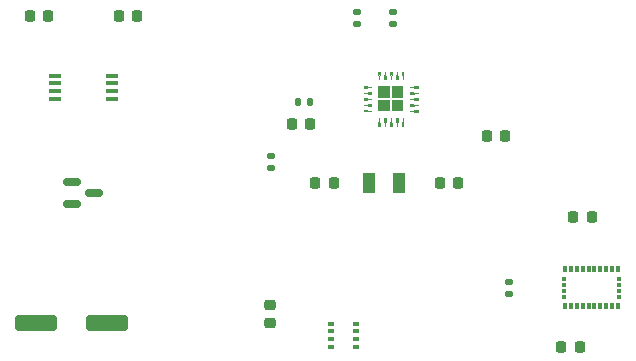
<source format=gbr>
%TF.GenerationSoftware,KiCad,Pcbnew,(6.0.7)*%
%TF.CreationDate,2023-07-12T23:11:50-05:00*%
%TF.ProjectId,UKDAQ,554b4441-512e-46b6-9963-61645f706362,rev?*%
%TF.SameCoordinates,Original*%
%TF.FileFunction,Paste,Top*%
%TF.FilePolarity,Positive*%
%FSLAX46Y46*%
G04 Gerber Fmt 4.6, Leading zero omitted, Abs format (unit mm)*
G04 Created by KiCad (PCBNEW (6.0.7)) date 2023-07-12 23:11:50*
%MOMM*%
%LPD*%
G01*
G04 APERTURE LIST*
G04 Aperture macros list*
%AMRoundRect*
0 Rectangle with rounded corners*
0 $1 Rounding radius*
0 $2 $3 $4 $5 $6 $7 $8 $9 X,Y pos of 4 corners*
0 Add a 4 corners polygon primitive as box body*
4,1,4,$2,$3,$4,$5,$6,$7,$8,$9,$2,$3,0*
0 Add four circle primitives for the rounded corners*
1,1,$1+$1,$2,$3*
1,1,$1+$1,$4,$5*
1,1,$1+$1,$6,$7*
1,1,$1+$1,$8,$9*
0 Add four rect primitives between the rounded corners*
20,1,$1+$1,$2,$3,$4,$5,0*
20,1,$1+$1,$4,$5,$6,$7,0*
20,1,$1+$1,$6,$7,$8,$9,0*
20,1,$1+$1,$8,$9,$2,$3,0*%
G04 Aperture macros list end*
%ADD10C,0.120000*%
%ADD11RoundRect,0.225000X-0.225000X-0.250000X0.225000X-0.250000X0.225000X0.250000X-0.225000X0.250000X0*%
%ADD12RoundRect,0.150000X-0.587500X-0.150000X0.587500X-0.150000X0.587500X0.150000X-0.587500X0.150000X0*%
%ADD13RoundRect,0.135000X-0.135000X-0.185000X0.135000X-0.185000X0.135000X0.185000X-0.135000X0.185000X0*%
%ADD14R,0.500000X0.350000*%
%ADD15RoundRect,0.350000X1.450000X-0.349999X1.450000X0.349999X-1.450000X0.349999X-1.450000X-0.349999X0*%
%ADD16RoundRect,0.350000X1.450000X-0.350000X1.450000X0.350000X-1.450000X0.350000X-1.450000X-0.350000X0*%
%ADD17R,0.300000X0.525000*%
%ADD18R,0.425000X0.300000*%
%ADD19RoundRect,0.135000X-0.185000X0.135000X-0.185000X-0.135000X0.185000X-0.135000X0.185000X0.135000X0*%
%ADD20R,1.000000X1.800000*%
%ADD21RoundRect,0.225000X-0.250000X0.225000X-0.250000X-0.225000X0.250000X-0.225000X0.250000X0.225000X0*%
%ADD22RoundRect,0.225000X0.225000X0.250000X-0.225000X0.250000X-0.225000X-0.250000X0.225000X-0.250000X0*%
%ADD23R,1.020000X0.410000*%
G04 APERTURE END LIST*
%TO.C,U5*%
G36*
X129000000Y-109350000D02*
G01*
X128925000Y-108725000D01*
X129075000Y-108725000D01*
X129000000Y-109350000D01*
G37*
D10*
X129000000Y-109350000D02*
X128925000Y-108725000D01*
X129075000Y-108725000D01*
X129000000Y-109350000D01*
G36*
X128000000Y-109350000D02*
G01*
X127925000Y-108725000D01*
X128075000Y-108725000D01*
X128000000Y-109350000D01*
G37*
X128000000Y-109350000D02*
X127925000Y-108725000D01*
X128075000Y-108725000D01*
X128000000Y-109350000D01*
G36*
X127000000Y-109350000D02*
G01*
X126925000Y-108725000D01*
X127075000Y-108725000D01*
X127000000Y-109350000D01*
G37*
X127000000Y-109350000D02*
X126925000Y-108725000D01*
X127075000Y-108725000D01*
X127000000Y-109350000D01*
G36*
X128575000Y-109350000D02*
G01*
X128425000Y-109350000D01*
X128500000Y-108725000D01*
X128575000Y-109350000D01*
G37*
X128575000Y-109350000D02*
X128425000Y-109350000D01*
X128500000Y-108725000D01*
X128575000Y-109350000D01*
G36*
X127575000Y-109350000D02*
G01*
X127425000Y-109350000D01*
X127500000Y-108725000D01*
X127575000Y-109350000D01*
G37*
X127575000Y-109350000D02*
X127425000Y-109350000D01*
X127500000Y-108725000D01*
X127575000Y-109350000D01*
G36*
X127075000Y-113275000D02*
G01*
X126925000Y-113275000D01*
X127000000Y-112650000D01*
X127075000Y-113275000D01*
G37*
X127075000Y-113275000D02*
X126925000Y-113275000D01*
X127000000Y-112650000D01*
X127075000Y-113275000D01*
G36*
X128075000Y-113275000D02*
G01*
X127925000Y-113275000D01*
X128000000Y-112650000D01*
X128075000Y-113275000D01*
G37*
X128075000Y-113275000D02*
X127925000Y-113275000D01*
X128000000Y-112650000D01*
X128075000Y-113275000D01*
G36*
X129075000Y-113275000D02*
G01*
X128925000Y-113275000D01*
X129000000Y-112650000D01*
X129075000Y-113275000D01*
G37*
X129075000Y-113275000D02*
X128925000Y-113275000D01*
X129000000Y-112650000D01*
X129075000Y-113275000D01*
G36*
X128500000Y-113275000D02*
G01*
X128425000Y-112650000D01*
X128575000Y-112650000D01*
X128500000Y-113275000D01*
G37*
X128500000Y-113275000D02*
X128425000Y-112650000D01*
X128575000Y-112650000D01*
X128500000Y-113275000D01*
G36*
X127500000Y-113275000D02*
G01*
X127425000Y-112650000D01*
X127575000Y-112650000D01*
X127500000Y-113275000D01*
G37*
X127500000Y-113275000D02*
X127425000Y-112650000D01*
X127575000Y-112650000D01*
X127500000Y-113275000D01*
G36*
X126350000Y-112000000D02*
G01*
X125725000Y-112075000D01*
X125725000Y-111925000D01*
X126350000Y-112000000D01*
G37*
X126350000Y-112000000D02*
X125725000Y-112075000D01*
X125725000Y-111925000D01*
X126350000Y-112000000D01*
G36*
X126350000Y-111575000D02*
G01*
X125725000Y-111500000D01*
X126350000Y-111425000D01*
X126350000Y-111575000D01*
G37*
X126350000Y-111575000D02*
X125725000Y-111500000D01*
X126350000Y-111425000D01*
X126350000Y-111575000D01*
G36*
X126350000Y-111000000D02*
G01*
X125725000Y-111075000D01*
X125725000Y-110925000D01*
X126350000Y-111000000D01*
G37*
X126350000Y-111000000D02*
X125725000Y-111075000D01*
X125725000Y-110925000D01*
X126350000Y-111000000D01*
G36*
X126350000Y-110000000D02*
G01*
X125725000Y-110075000D01*
X125725000Y-109925000D01*
X126350000Y-110000000D01*
G37*
X126350000Y-110000000D02*
X125725000Y-110075000D01*
X125725000Y-109925000D01*
X126350000Y-110000000D01*
G36*
X130275000Y-111500000D02*
G01*
X129650000Y-111575000D01*
X129650000Y-111425000D01*
X130275000Y-111500000D01*
G37*
X130275000Y-111500000D02*
X129650000Y-111575000D01*
X129650000Y-111425000D01*
X130275000Y-111500000D01*
G36*
X127900000Y-110900000D02*
G01*
X126928800Y-110900000D01*
X126928800Y-109928800D01*
X127900000Y-109928800D01*
X127900000Y-110900000D01*
G37*
G36*
X127900000Y-112046200D02*
G01*
X126928800Y-112046200D01*
X126928800Y-111100000D01*
X127900000Y-111100000D01*
X127900000Y-112046200D01*
G37*
G36*
X129046200Y-110900000D02*
G01*
X128100000Y-110900000D01*
X128100000Y-109928800D01*
X129046200Y-109928800D01*
X129046200Y-110900000D01*
G37*
G36*
X129071200Y-112046200D02*
G01*
X128100000Y-112046200D01*
X128100000Y-111100000D01*
X129071200Y-111100000D01*
X129071200Y-112046200D01*
G37*
G36*
X130275000Y-110075000D02*
G01*
X129650000Y-110000000D01*
X130275000Y-109925000D01*
X130275000Y-110075000D01*
G37*
X130275000Y-110075000D02*
X129650000Y-110000000D01*
X130275000Y-109925000D01*
X130275000Y-110075000D01*
G36*
X130275000Y-110500000D02*
G01*
X129650000Y-110575000D01*
X129650000Y-110425000D01*
X130275000Y-110500000D01*
G37*
X130275000Y-110500000D02*
X129650000Y-110575000D01*
X129650000Y-110425000D01*
X130275000Y-110500000D01*
G36*
X130275000Y-111075000D02*
G01*
X129650000Y-111000000D01*
X130275000Y-110925000D01*
X130275000Y-111075000D01*
G37*
X130275000Y-111075000D02*
X129650000Y-111000000D01*
X130275000Y-110925000D01*
X130275000Y-111075000D01*
G36*
X126350000Y-110575000D02*
G01*
X125725000Y-110500000D01*
X126350000Y-110425000D01*
X126350000Y-110575000D01*
G37*
X126350000Y-110575000D02*
X125725000Y-110500000D01*
X126350000Y-110425000D01*
X126350000Y-110575000D01*
G36*
X130282926Y-112083951D02*
G01*
X129657926Y-112008951D01*
X130282926Y-111933951D01*
X130282926Y-112083951D01*
G37*
X130282926Y-112083951D02*
X129657926Y-112008951D01*
X130282926Y-111933951D01*
X130282926Y-112083951D01*
%TD*%
D11*
%TO.C,C9*%
X142450000Y-132000000D03*
X144000000Y-132000000D03*
%TD*%
D12*
%TO.C,U1*%
X101005000Y-118050000D03*
X101005000Y-119950000D03*
X102880000Y-119000000D03*
%TD*%
D13*
%TO.C,R4*%
X120138000Y-111252000D03*
X121158000Y-111252000D03*
%TD*%
D14*
%TO.C,U4*%
X125020000Y-130030000D03*
X125020000Y-130680000D03*
X125020000Y-131330000D03*
X125020000Y-131980000D03*
X122970000Y-131980000D03*
X122970000Y-131330000D03*
X122970000Y-130680000D03*
X122970000Y-130030000D03*
%TD*%
D11*
%TO.C,C5*%
X136160000Y-114160000D03*
X137710000Y-114160000D03*
%TD*%
D15*
%TO.C,C3*%
X98000000Y-130000000D03*
D16*
X104000000Y-130000000D03*
%TD*%
D17*
%TO.C,U3*%
X142750000Y-125437500D03*
D18*
X142687500Y-126250000D03*
X142687500Y-126750000D03*
X142687500Y-127250000D03*
X142687500Y-127750000D03*
D17*
X142750000Y-128562500D03*
X143250000Y-128562500D03*
X143750000Y-128562500D03*
X144250000Y-128562500D03*
X144750000Y-128562500D03*
X145250000Y-128562500D03*
X145750000Y-128562500D03*
X146250000Y-128562500D03*
X146750000Y-128562500D03*
X147250000Y-128562500D03*
D18*
X147312500Y-127750000D03*
X147312500Y-127250000D03*
X147312500Y-126750000D03*
X147312500Y-126250000D03*
D17*
X147250000Y-125437500D03*
X146750000Y-125437500D03*
X146250000Y-125437500D03*
X145750000Y-125437500D03*
X145250000Y-125437500D03*
X144750000Y-125437500D03*
X144250000Y-125437500D03*
X143750000Y-125437500D03*
X143250000Y-125437500D03*
%TD*%
D19*
%TO.C,R2*%
X128160000Y-103650000D03*
X128160000Y-104670000D03*
%TD*%
D11*
%TO.C,C8*%
X132160000Y-118160000D03*
X133710000Y-118160000D03*
%TD*%
D20*
%TO.C,Y1*%
X128660000Y-118160000D03*
X126160000Y-118160000D03*
%TD*%
D21*
%TO.C,C7*%
X117775000Y-128450000D03*
X117775000Y-130000000D03*
%TD*%
D11*
%TO.C,C2*%
X105000000Y-104000000D03*
X106550000Y-104000000D03*
%TD*%
%TO.C,C4*%
X143450000Y-121000000D03*
X145000000Y-121000000D03*
%TD*%
D19*
%TO.C,R3*%
X138000000Y-126490000D03*
X138000000Y-127510000D03*
%TD*%
D22*
%TO.C,C6*%
X123160000Y-118160000D03*
X121610000Y-118160000D03*
%TD*%
D11*
%TO.C,C1*%
X97450000Y-104000000D03*
X99000000Y-104000000D03*
%TD*%
D22*
%TO.C,C10*%
X121160000Y-113160000D03*
X119610000Y-113160000D03*
%TD*%
D23*
%TO.C,U2*%
X99600000Y-109050000D03*
X99600000Y-109700000D03*
X99600000Y-110350000D03*
X99600000Y-111000000D03*
X104400000Y-111000000D03*
X104400000Y-110350000D03*
X104400000Y-109700000D03*
X104400000Y-109050000D03*
%TD*%
D19*
%TO.C,R5*%
X117856000Y-115824000D03*
X117856000Y-116844000D03*
%TD*%
%TO.C,R1*%
X125160000Y-103650000D03*
X125160000Y-104670000D03*
%TD*%
M02*

</source>
